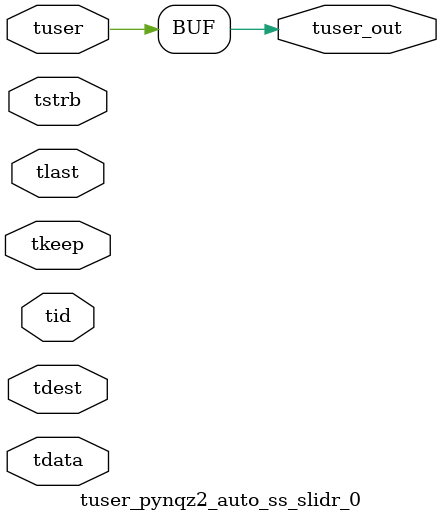
<source format=v>


`timescale 1ps/1ps

module tuser_pynqz2_auto_ss_slidr_0 #
(
parameter C_S_AXIS_TUSER_WIDTH = 1,
parameter C_S_AXIS_TDATA_WIDTH = 32,
parameter C_S_AXIS_TID_WIDTH   = 0,
parameter C_S_AXIS_TDEST_WIDTH = 0,
parameter C_M_AXIS_TUSER_WIDTH = 1
)
(
input  [(C_S_AXIS_TUSER_WIDTH == 0 ? 1 : C_S_AXIS_TUSER_WIDTH)-1:0     ] tuser,
input  [(C_S_AXIS_TDATA_WIDTH == 0 ? 1 : C_S_AXIS_TDATA_WIDTH)-1:0     ] tdata,
input  [(C_S_AXIS_TID_WIDTH   == 0 ? 1 : C_S_AXIS_TID_WIDTH)-1:0       ] tid,
input  [(C_S_AXIS_TDEST_WIDTH == 0 ? 1 : C_S_AXIS_TDEST_WIDTH)-1:0     ] tdest,
input  [(C_S_AXIS_TDATA_WIDTH/8)-1:0 ] tkeep,
input  [(C_S_AXIS_TDATA_WIDTH/8)-1:0 ] tstrb,
input                                                                    tlast,
output [C_M_AXIS_TUSER_WIDTH-1:0] tuser_out
);

assign tuser_out = {tuser[31:0]};

endmodule


</source>
